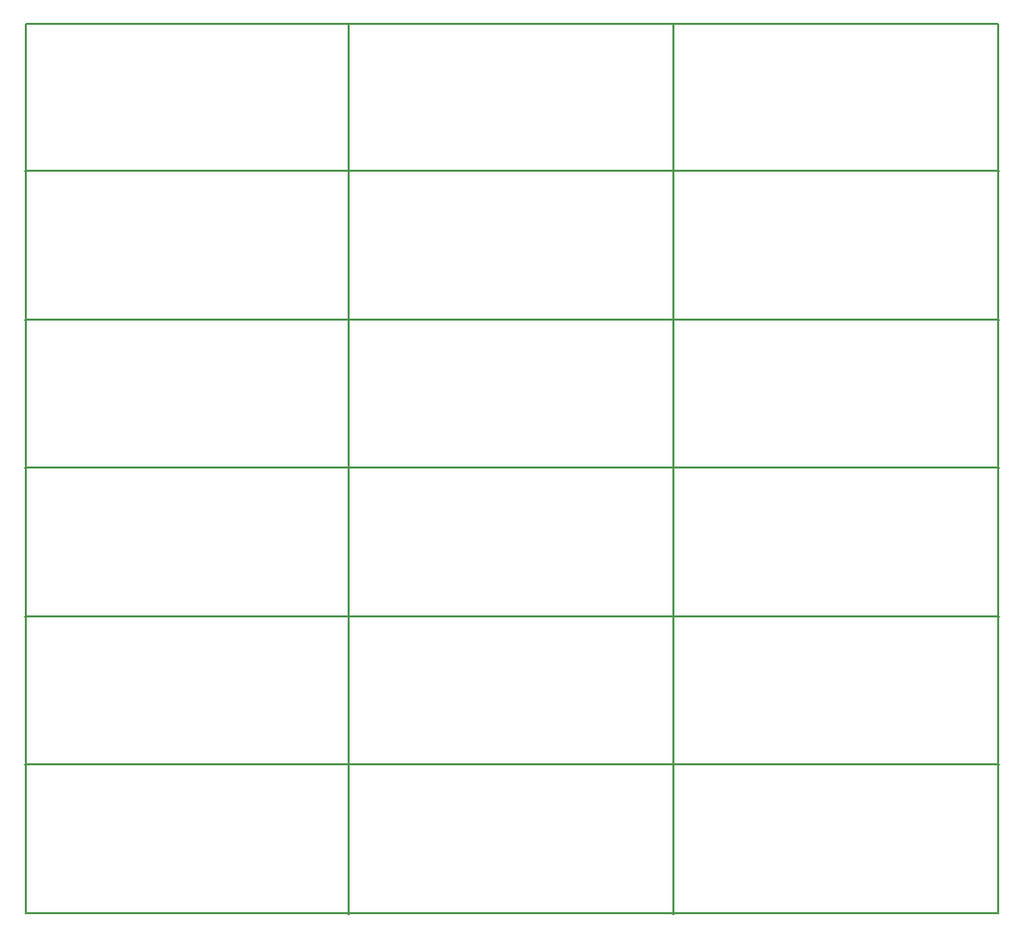
<source format=gbo>
%TF.GenerationSoftware,KiCad,Pcbnew,5.0.2+dfsg1-1*%
%TF.CreationDate,2022-04-03T13:42:16+09:00*%
%TF.ProjectId,JST-mounter_panelized,4a53542d-6d6f-4756-9e74-65725f70616e,rev?*%
%TF.SameCoordinates,Original*%
%TF.FileFunction,Legend,Bot*%
%TF.FilePolarity,Positive*%
%FSLAX46Y46*%
G04 Gerber Fmt 4.6, Leading zero omitted, Abs format (unit mm)*
G04 Created by KiCad (PCBNEW 5.0.2+dfsg1-1) date Sun 03 Apr 2022 01:42:16 PM JST*
%MOMM*%
%LPD*%
G01*
G04 APERTURE LIST*
%ADD10C,0.150000*%
G04 APERTURE END LIST*
D10*
X137899998Y-117600008D02*
X220900006Y-117600008D01*
X137899998Y-104950006D02*
X220900006Y-104950006D01*
X137899998Y-92300004D02*
X220900006Y-92300004D01*
X137899998Y-79650002D02*
X220900006Y-79650002D01*
X137899998Y-67000000D02*
X220900006Y-67000000D01*
X193150002Y-54399998D02*
X193150002Y-130350012D01*
X165500000Y-54399998D02*
X165500000Y-130350012D01*
X137924999Y-130325011D02*
X137924999Y-54424999D01*
X220875005Y-130325011D02*
X137924999Y-130325011D01*
X220875005Y-54424999D02*
X220875005Y-130325011D01*
X137924999Y-54424999D02*
X220875005Y-54424999D01*
M02*

</source>
